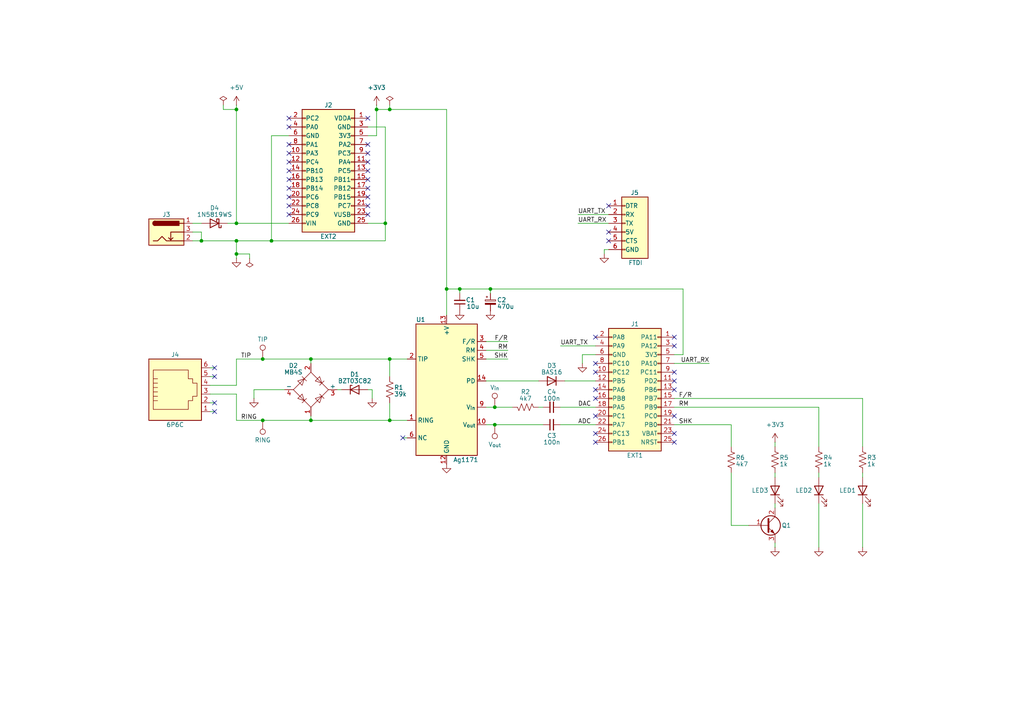
<source format=kicad_sch>
(kicad_sch (version 20231120) (generator "eeschema") (generator_version "8.0")
  (paper "A4")
  (lib_symbols
    (symbol "Conn_02x13_Odd_Even_1" (pin_names (offset 1.016))
      (property "Reference" "J2" (at 0 19.05 0))
      (symbol "Conn_02x13_Odd_Even_1_1_1"
        (rectangle (start -7.62 -15.113) (end -6.604 -15.367) (stroke (width 0.1524)))
        (rectangle (start -7.62 -12.573) (end -6.604 -12.827) (stroke (width 0.1524)))
        (rectangle (start -7.62 -10.033) (end -6.604 -10.287) (stroke (width 0.1524)))
        (rectangle (start -7.62 -7.493) (end -6.604 -7.747) (stroke (width 0.1524)))
        (rectangle (start -7.62 -4.953) (end -6.604 -5.207) (stroke (width 0.1524)))
        (rectangle (start -7.62 -2.413) (end -6.604 -2.667) (stroke (width 0.1524)))
        (rectangle (start -7.62 0.127) (end -6.604 -0.127) (stroke (width 0.1524)))
        (rectangle (start -7.62 2.667) (end -6.604 2.413) (stroke (width 0.1524)))
        (rectangle (start -7.62 5.207) (end -6.604 4.953) (stroke (width 0.1524)))
        (rectangle (start -7.62 7.747) (end -6.604 7.493) (stroke (width 0.1524)))
        (rectangle (start -7.62 10.287) (end -6.604 10.033) (stroke (width 0.1524)))
        (rectangle (start -7.62 12.827) (end -6.604 12.573) (stroke (width 0.1524)))
        (rectangle (start -7.62 15.367) (end -6.604 15.113) (stroke (width 0.1524)))
        (rectangle (start -7.62 17.78) (end 7.62 -17.78) (stroke (width 0.254)) (fill (type background)))
        (rectangle (start 6.604 -15.113) (end 7.62 -15.367) (stroke (width 0.1524)))
        (rectangle (start 6.604 -12.573) (end 7.62 -12.827) (stroke (width 0.1524)))
        (rectangle (start 6.604 -10.033) (end 7.62 -10.287) (stroke (width 0.1524)))
        (rectangle (start 6.604 -7.493) (end 7.62 -7.747) (stroke (width 0.1524)))
        (rectangle (start 6.604 -4.953) (end 7.62 -5.207) (stroke (width 0.1524)))
        (rectangle (start 6.604 -2.413) (end 7.62 -2.667) (stroke (width 0.1524)))
        (rectangle (start 6.604 0.127) (end 7.62 -0.127) (stroke (width 0.1524)))
        (rectangle (start 6.604 2.667) (end 7.62 2.413) (stroke (width 0.1524)))
        (rectangle (start 6.604 5.207) (end 7.62 4.953) (stroke (width 0.1524)))
        (rectangle (start 6.604 7.747) (end 7.62 7.493) (stroke (width 0.1524)))
        (rectangle (start 6.604 10.287) (end 7.62 10.033) (stroke (width 0.1524)))
        (rectangle (start 6.604 12.827) (end 7.62 12.573) (stroke (width 0.1524)))
        (rectangle (start 6.604 15.367) (end 7.62 15.113) (stroke (width 0.1524)))
        (pin passive line (at -11.43 15.24 0) (length 3.81) (name "VDDA") (number "1"))
        (pin passive line (at 11.43 5.08 180) (length 3.81) (name "PA3") (number "10"))
        (pin passive line (at -11.43 2.54 0) (length 3.81) (name "PA4") (number "11"))
        (pin passive line (at 11.43 2.54 180) (length 3.81) (name "PC4") (number "12"))
        (pin passive line (at -11.43 0 0) (length 3.81) (name "PC5") (number "13"))
        (pin passive line (at 11.43 0 180) (length 3.81) (name "PB10") (number "14"))
        (pin passive line (at -11.43 -2.54 0) (length 3.81) (name "PB11") (number "15"))
        (pin passive line (at 11.43 -2.54 180) (length 3.81) (name "PB13") (number "16"))
        (pin passive line (at -11.43 -5.08 0) (length 3.81) (name "PB12") (number "17"))
        (pin passive line (at 11.43 -5.08 180) (length 3.81) (name "PB14") (number "18"))
        (pin passive line (at -11.43 -7.62 0) (length 3.81) (name "PB15") (number "19"))
        (pin passive line (at 11.43 15.24 180) (length 3.81) (name "PC2") (number "2"))
        (pin passive line (at 11.43 -7.62 180) (length 3.81) (name "PC6") (number "20"))
        (pin passive line (at -11.43 -10.16 0) (length 3.81) (name "PC7") (number "21"))
        (pin passive line (at 11.43 -10.16 180) (length 3.81) (name "PC8") (number "22"))
        (pin passive line (at -11.43 -12.7 0) (length 3.81) (name "VUSB") (number "23"))
        (pin passive line (at 11.43 -12.7 180) (length 3.81) (name "PC9") (number "24"))
        (pin passive line (at -11.43 -15.24 0) (length 3.81) (name "GND") (number "25"))
        (pin passive line (at 11.43 -15.24 180) (length 3.81) (name "VIN") (number "26"))
        (pin passive line (at -11.43 12.7 0) (length 3.81) (name "GND") (number "3"))
        (pin passive line (at 11.43 12.7 180) (length 3.81) (name "PA0") (number "4"))
        (pin passive line (at -11.43 10.16 0) (length 3.81) (name "3V3") (number "5"))
        (pin passive line (at 11.43 10.16 180) (length 3.81) (name "GND") (number "6"))
        (pin passive line (at -11.43 7.62 0) (length 3.81) (name "PA2") (number "7"))
        (pin passive line (at 11.43 7.62 180) (length 3.81) (name "PA1") (number "8"))
        (pin passive line (at -11.43 5.08 0) (length 3.81) (name "PC3") (number "9"))
      )
    )
    (symbol "Connector:6P6C" (pin_names (offset 1.016))
      (property "Reference" "J" (at -5.08 11.43 0))
      (property "Value" "6P6C" (at 2.54 11.43 0))
      (symbol "6P6C_0_1"
        (polyline (pts (xy -6.35 -1.905) (xy -5.08 -1.905) (xy -5.08 -1.905)))
        (polyline (pts (xy -6.35 -0.635) (xy -5.08 -0.635) (xy -5.08 -0.635)))
        (polyline (pts (xy -6.35 0.635) (xy -5.08 0.635) (xy -5.08 0.635)))
        (polyline (pts (xy -6.35 1.905) (xy -5.08 1.905) (xy -5.08 1.905)))
        (polyline (pts (xy -6.35 3.175) (xy -5.08 3.175) (xy -5.08 3.175)))
        (polyline (pts (xy -5.08 4.445) (xy -6.35 4.445) (xy -6.35 4.445)))
        (polyline (pts (xy -6.35 -4.445) (xy -6.35 6.985) (xy 3.81 6.985) (xy 3.81 4.445) (xy 5.08 4.445) (xy 5.08 3.175) (xy 6.35 3.175) (xy 6.35 -0.635) (xy 5.08 -0.635) (xy 5.08 -1.905) (xy 3.81 -1.905) (xy 3.81 -4.445) (xy -6.35 -4.445) (xy -6.35 -4.445)))
        (rectangle (start 7.62 10.16) (end -7.62 -7.62) (stroke (width 0.254)) (fill (type background)))
      )
      (symbol "6P6C_1_1"
        (pin passive line (at 10.16 -5.08 180) (length 2.54) (name "~") (number "1"))
        (pin passive line (at 10.16 -2.54 180) (length 2.54) (name "~") (number "2"))
        (pin passive line (at 10.16 0 180) (length 2.54) (name "~") (number "3"))
        (pin passive line (at 10.16 2.54 180) (length 2.54) (name "~") (number "4"))
        (pin passive line (at 10.16 5.08 180) (length 2.54) (name "~") (number "5"))
        (pin passive line (at 10.16 7.62 180) (length 2.54) (name "~") (number "6"))
      )
    )
    (symbol "Connector:Barrel_Jack_Switch" (pin_names hide)
      (property "Reference" "J" (at 0 5.334 0))
      (property "Value" "Barrel_Jack_Switch" (at 0 -5.08 0))
      (symbol "Barrel_Jack_Switch_0_1"
        (rectangle (start -5.08 3.81) (end 5.08 -3.81) (stroke (width 0.254)) (fill (type background)))
        (arc (start -3.302 3.175) (mid -3.9343 2.54) (end -3.302 1.905) (stroke (width 0.254)))
        (arc (start -3.302 3.175) (mid -3.9343 2.54) (end -3.302 1.905) (stroke (width 0.254)) (fill (type outline)))
        (polyline (pts (xy 1.27 -2.286) (xy 1.905 -1.651)) (stroke (width 0.254)))
        (polyline (pts (xy 5.08 2.54) (xy 3.81 2.54)) (stroke (width 0.254)))
        (polyline (pts (xy 5.08 0) (xy 1.27 0) (xy 1.27 -2.286) (xy 0.635 -1.651)) (stroke (width 0.254)))
        (polyline (pts (xy -3.81 -2.54) (xy -2.54 -2.54) (xy -1.27 -1.27) (xy 0 -2.54) (xy 2.54 -2.54) (xy 5.08 -2.54)) (stroke (width 0.254)))
        (rectangle (start 3.683 3.175) (end -3.302 1.905) (stroke (width 0.254)) (fill (type outline)))
      )
      (symbol "Barrel_Jack_Switch_1_1"
        (pin passive line (at 7.62 2.54 180) (length 2.54) (name "~") (number "1"))
        (pin passive line (at 7.62 -2.54 180) (length 2.54) (name "~") (number "2"))
        (pin passive line (at 7.62 0 180) (length 2.54) (name "~") (number "3"))
      )
    )
    (symbol "Connector:TestPoint" (pin_numbers hide) (pin_names (offset 0.762) hide)
      (property "Reference" "TP" (at 0 6.858 0))
      (property "Value" "TestPoint" (at 0 5.08 0))
      (symbol "TestPoint_0_1"
        (circle (center 0 3.302) (radius 0.762))
      )
      (symbol "TestPoint_1_1"
        (pin passive line (at 0 0 90) (length 2.54) (name "1") (number "1"))
      )
    )
    (symbol "Connector_Generic:Conn_01x06" (pin_names (offset 1.016))
      (property "Reference" "J6" (at -1.27 8.89 0))
      (property "Value" "FTDI" (at -1.905 -11.43 0))
      (symbol "Conn_01x06_1_1"
        (rectangle (start -3.81 -7.493) (end -2.794 -7.747) (stroke (width 0.1524)))
        (rectangle (start -3.81 -4.953) (end -2.794 -5.207) (stroke (width 0.1524)))
        (rectangle (start -3.81 -2.413) (end -2.794 -2.667) (stroke (width 0.1524)))
        (rectangle (start -3.81 0.127) (end -2.794 -0.127) (stroke (width 0.1524)))
        (rectangle (start -3.81 2.667) (end -2.794 2.413) (stroke (width 0.1524)))
        (rectangle (start -3.81 5.207) (end -2.794 4.953) (stroke (width 0.1524)))
        (rectangle (start -3.81 7.62) (end 3.81 -10.16) (stroke (width 0.254)) (fill (type background)))
        (pin passive line (at -7.62 5.08 0) (length 3.81) (name "DTR") (number "1"))
        (pin passive line (at -7.62 2.54 0) (length 3.81) (name "RX") (number "2"))
        (pin passive line (at -7.62 0 0) (length 3.81) (name "TX") (number "3"))
        (pin passive line (at -7.62 -2.54 0) (length 3.81) (name "5V") (number "4"))
        (pin passive line (at -7.62 -5.08 0) (length 3.81) (name "CTS") (number "5"))
        (pin passive line (at -7.62 -7.62 0) (length 3.81) (name "GND") (number "6"))
      )
    )
    (symbol "Connector_Generic:Conn_02x13_Odd_Even" (pin_names (offset 1.016))
      (property "Reference" "J1" (at 0 19.05 0))
      (symbol "Conn_02x13_Odd_Even_1_1"
        (rectangle (start -7.62 -15.113) (end -6.604 -15.367) (stroke (width 0.1524)))
        (rectangle (start -7.62 -12.573) (end -6.604 -12.827) (stroke (width 0.1524)))
        (rectangle (start -7.62 -10.033) (end -6.604 -10.287) (stroke (width 0.1524)))
        (rectangle (start -7.62 -7.493) (end -6.604 -7.747) (stroke (width 0.1524)))
        (rectangle (start -7.62 -4.953) (end -6.604 -5.207) (stroke (width 0.1524)))
        (rectangle (start -7.62 -2.413) (end -6.604 -2.667) (stroke (width 0.1524)))
        (rectangle (start -7.62 0.127) (end -6.604 -0.127) (stroke (width 0.1524)))
        (rectangle (start -7.62 2.667) (end -6.604 2.413) (stroke (width 0.1524)))
        (rectangle (start -7.62 5.207) (end -6.604 4.953) (stroke (width 0.1524)))
        (rectangle (start -7.62 7.747) (end -6.604 7.493) (stroke (width 0.1524)))
        (rectangle (start -7.62 10.287) (end -6.604 10.033) (stroke (width 0.1524)))
        (rectangle (start -7.62 12.827) (end -6.604 12.573) (stroke (width 0.1524)))
        (rectangle (start -7.62 15.367) (end -6.604 15.113) (stroke (width 0.1524)))
        (rectangle (start -7.62 17.78) (end 7.62 -17.78) (stroke (width 0.254)) (fill (type background)))
        (rectangle (start 6.604 -15.113) (end 7.62 -15.367) (stroke (width 0.1524)))
        (rectangle (start 6.604 -12.573) (end 7.62 -12.827) (stroke (width 0.1524)))
        (rectangle (start 6.604 -10.033) (end 7.62 -10.287) (stroke (width 0.1524)))
        (rectangle (start 6.604 -7.493) (end 7.62 -7.747) (stroke (width 0.1524)))
        (rectangle (start 6.604 -4.953) (end 7.62 -5.207) (stroke (width 0.1524)))
        (rectangle (start 6.604 -2.413) (end 7.62 -2.667) (stroke (width 0.1524)))
        (rectangle (start 6.604 0.127) (end 7.62 -0.127) (stroke (width 0.1524)))
        (rectangle (start 6.604 2.667) (end 7.62 2.413) (stroke (width 0.1524)))
        (rectangle (start 6.604 5.207) (end 7.62 4.953) (stroke (width 0.1524)))
        (rectangle (start 6.604 7.747) (end 7.62 7.493) (stroke (width 0.1524)))
        (rectangle (start 6.604 10.287) (end 7.62 10.033) (stroke (width 0.1524)))
        (rectangle (start 6.604 12.827) (end 7.62 12.573) (stroke (width 0.1524)))
        (rectangle (start 6.604 15.367) (end 7.62 15.113) (stroke (width 0.1524)))
        (pin passive line (at -11.43 15.24 0) (length 3.81) (name "PA11") (number "1"))
        (pin passive line (at 11.43 5.08 180) (length 3.81) (name "PC12") (number "10"))
        (pin passive line (at -11.43 2.54 0) (length 3.81) (name "PD2") (number "11"))
        (pin passive line (at 11.43 2.54 180) (length 3.81) (name "PB5") (number "12"))
        (pin passive line (at -11.43 0 0) (length 3.81) (name "PB6") (number "13"))
        (pin passive line (at 11.43 0 180) (length 3.81) (name "PA6") (number "14"))
        (pin passive line (at -11.43 -2.54 0) (length 3.81) (name "PB7") (number "15"))
        (pin passive line (at 11.43 -2.54 180) (length 3.81) (name "PB8") (number "16"))
        (pin passive line (at -11.43 -5.08 0) (length 3.81) (name "PB9") (number "17"))
        (pin passive line (at 11.43 -5.08 180) (length 3.81) (name "PA5") (number "18"))
        (pin passive line (at -11.43 -7.62 0) (length 3.81) (name "PC0") (number "19"))
        (pin passive line (at 11.43 15.24 180) (length 3.81) (name "PA8") (number "2"))
        (pin passive line (at 11.43 -7.62 180) (length 3.81) (name "PC1") (number "20"))
        (pin passive line (at -11.43 -10.16 0) (length 3.81) (name "PB0") (number "21"))
        (pin passive line (at 11.43 -10.16 180) (length 3.81) (name "PA7") (number "22"))
        (pin passive line (at -11.43 -12.7 0) (length 3.81) (name "VBAT") (number "23"))
        (pin passive line (at 11.43 -12.7 180) (length 3.81) (name "PC13") (number "24"))
        (pin passive line (at -11.43 -15.24 0) (length 3.81) (name "NRST") (number "25"))
        (pin passive line (at 11.43 -15.24 180) (length 3.81) (name "PB1") (number "26"))
        (pin passive line (at -11.43 12.7 0) (length 3.81) (name "PA12") (number "3"))
        (pin passive line (at 11.43 12.7 180) (length 3.81) (name "PA9") (number "4"))
        (pin passive line (at -11.43 10.16 0) (length 3.81) (name "3V3") (number "5"))
        (pin passive line (at 11.43 10.16 180) (length 3.81) (name "GND") (number "6"))
        (pin passive line (at -11.43 7.62 0) (length 3.81) (name "PA10") (number "7"))
        (pin passive line (at 11.43 7.62 180) (length 3.81) (name "PC10") (number "8"))
        (pin passive line (at -11.43 5.08 0) (length 3.81) (name "PC11") (number "9"))
      )
    )
    (symbol "Device:C_Polarized_Small" (pin_numbers hide) (pin_names (offset 0.254) hide)
      (property "Reference" "C" (at 0.254 1.778 0))
      (property "Value" "C_Polarized_Small" (at 0.254 -2.032 0))
      (symbol "C_Polarized_Small_0_1"
        (rectangle (start -1.524 -0.3048) (end 1.524 -0.6858) (fill (type outline)))
        (rectangle (start -1.524 0.6858) (end 1.524 0.3048))
        (polyline (pts (xy -1.27 1.524) (xy -0.762 1.524)))
        (polyline (pts (xy -1.016 1.27) (xy -1.016 1.778)))
      )
      (symbol "C_Polarized_Small_1_1"
        (pin passive line (at 0 2.54 270) (length 1.8542) (name "~") (number "1"))
        (pin passive line (at 0 -2.54 90) (length 1.8542) (name "~") (number "2"))
      )
    )
    (symbol "Device:C_Small" (pin_numbers hide) (pin_names (offset 0.254) hide)
      (property "Reference" "C" (at 0.254 1.778 0))
      (property "Value" "C_Small" (at 0.254 -2.032 0))
      (symbol "C_Small_0_1"
        (polyline (pts (xy -1.524 -0.508) (xy 1.524 -0.508)) (stroke (width 0.3302)))
        (polyline (pts (xy -1.524 0.508) (xy 1.524 0.508)) (stroke (width 0.3048)))
      )
      (symbol "C_Small_1_1"
        (pin passive line (at 0 2.54 270) (length 2.032) (name "~") (number "1"))
        (pin passive line (at 0 -2.54 90) (length 2.032) (name "~") (number "2"))
      )
    )
    (symbol "Device:D" (pin_numbers hide) (pin_names (offset 1.016) hide)
      (property "Reference" "D" (at 0 2.54 0))
      (property "Value" "D" (at 0 -2.54 0))
      (symbol "D_0_1"
        (polyline (pts (xy -1.27 1.27) (xy -1.27 -1.27)) (stroke (width 0.254)))
        (polyline (pts (xy 1.27 0) (xy -1.27 0)))
        (polyline (pts (xy 1.27 1.27) (xy 1.27 -1.27) (xy -1.27 0) (xy 1.27 1.27)) (stroke (width 0.254)))
      )
      (symbol "D_1_1"
        (pin passive line (at -3.81 0 0) (length 2.54) (name "K") (number "1"))
        (pin passive line (at 3.81 0 180) (length 2.54) (name "A") (number "2"))
      )
    )
    (symbol "Device:D_Zener" (pin_numbers hide) (pin_names (offset 1.016) hide)
      (property "Reference" "D" (at 0 2.54 0))
      (property "Value" "D_Zener" (at 0 -2.54 0))
      (symbol "D_Zener_0_1"
        (polyline (pts (xy 1.27 0) (xy -1.27 0)))
        (polyline (pts (xy -1.27 -1.27) (xy -1.27 1.27) (xy -0.762 1.27)) (stroke (width 0.254)))
        (polyline (pts (xy 1.27 -1.27) (xy 1.27 1.27) (xy -1.27 0) (xy 1.27 -1.27)) (stroke (width 0.254)))
      )
      (symbol "D_Zener_1_1"
        (pin passive line (at -3.81 0 0) (length 2.54) (name "K") (number "1"))
        (pin passive line (at 3.81 0 180) (length 2.54) (name "A") (number "2"))
      )
    )
    (symbol "Device:LED" (pin_numbers hide) (pin_names (offset 1.016) hide)
      (property "Reference" "D" (at 0 2.54 0))
      (property "Value" "LED" (at 0 -2.54 0))
      (symbol "LED_0_1"
        (polyline (pts (xy -1.27 -1.27) (xy -1.27 1.27)) (stroke (width 0.254)))
        (polyline (pts (xy -1.27 0) (xy 1.27 0)))
        (polyline (pts (xy 1.27 -1.27) (xy 1.27 1.27) (xy -1.27 0) (xy 1.27 -1.27)) (stroke (width 0.254)))
        (polyline (pts (xy -3.048 -0.762) (xy -4.572 -2.286) (xy -3.81 -2.286) (xy -4.572 -2.286) (xy -4.572 -1.524)))
        (polyline (pts (xy -1.778 -0.762) (xy -3.302 -2.286) (xy -2.54 -2.286) (xy -3.302 -2.286) (xy -3.302 -1.524)))
      )
      (symbol "LED_1_1"
        (pin passive line (at -3.81 0 0) (length 2.54) (name "K") (number "1"))
        (pin passive line (at 3.81 0 180) (length 2.54) (name "A") (number "2"))
      )
    )
    (symbol "Device:Q_NPN_BCE" (pin_names (offset 0) hide)
      (property "Reference" "Q" (at 5.08 1.27 0))
      (property "Value" "Q_NPN_BCE" (at 5.08 -1.27 0))
      (symbol "Q_NPN_BCE_0_1"
        (polyline (pts (xy 0.635 0.635) (xy 2.54 2.54)))
        (polyline (pts (xy 0.635 -0.635) (xy 2.54 -2.54) (xy 2.54 -2.54)))
        (polyline (pts (xy 0.635 1.905) (xy 0.635 -1.905) (xy 0.635 -1.905)) (stroke (width 0.508)))
        (polyline (pts (xy 1.27 -1.778) (xy 1.778 -1.27) (xy 2.286 -2.286) (xy 1.27 -1.778) (xy 1.27 -1.778)) (fill (type outline)))
        (circle (center 1.27 0) (radius 2.8194) (stroke (width 0.254)))
      )
      (symbol "Q_NPN_BCE_1_1"
        (pin input line (at -5.08 0 0) (length 5.715) (name "B") (number "1"))
        (pin passive line (at 2.54 5.08 270) (length 2.54) (name "C") (number "2"))
        (pin passive line (at 2.54 -5.08 90) (length 2.54) (name "E") (number "3"))
      )
    )
    (symbol "Device:R_US" (pin_numbers hide) (pin_names (offset 0))
      (property "Reference" "R" (at 2.54 0 90))
      (property "Value" "R_US" (at -2.54 0 90))
      (symbol "R_US_0_1"
        (polyline (pts (xy 0 -2.286) (xy 0 -2.54)))
        (polyline (pts (xy 0 2.286) (xy 0 2.54)))
        (polyline (pts (xy 0 -0.762) (xy 1.016 -1.143) (xy 0 -1.524) (xy -1.016 -1.905) (xy 0 -2.286)))
        (polyline (pts (xy 0 0.762) (xy 1.016 0.381) (xy 0 0) (xy -1.016 -0.381) (xy 0 -0.762)))
        (polyline (pts (xy 0 2.286) (xy 1.016 1.905) (xy 0 1.524) (xy -1.016 1.143) (xy 0 0.762)))
      )
      (symbol "R_US_1_1"
        (pin passive line (at 0 3.81 270) (length 1.27) (name "~") (number "1"))
        (pin passive line (at 0 -3.81 90) (length 1.27) (name "~") (number "2"))
      )
    )
    (symbol "Diode:1N5819WS" (pin_numbers hide) (pin_names (offset 1.016) hide)
      (property "Reference" "D" (at 0 2.54 0))
      (property "Value" "1N5819WS" (at 0 -2.54 0))
      (symbol "1N5819WS_0_1"
        (polyline (pts (xy 1.27 0) (xy -1.27 0)))
        (polyline (pts (xy 1.27 1.27) (xy 1.27 -1.27) (xy -1.27 0) (xy 1.27 1.27)) (stroke (width 0.254)))
        (polyline (pts (xy -1.905 0.635) (xy -1.905 1.27) (xy -1.27 1.27) (xy -1.27 -1.27) (xy -0.635 -1.27) (xy -0.635 -0.635)) (stroke (width 0.254)))
      )
      (symbol "1N5819WS_1_1"
        (pin passive line (at -3.81 0 0) (length 2.54) (name "K") (number "1"))
        (pin passive line (at 3.81 0 180) (length 2.54) (name "A") (number "2"))
      )
    )
    (symbol "Diode_Bridge:MB4S" (pin_names (offset 0))
      (property "Reference" "D" (at 2.54 6.985 0))
      (property "Value" "MB4S" (at 2.54 5.08 0))
      (symbol "MB4S_0_1"
        (polyline (pts (xy -2.54 3.81) (xy -1.27 2.54)))
        (polyline (pts (xy -1.27 -2.54) (xy -2.54 -3.81)))
        (polyline (pts (xy 2.54 -1.27) (xy 3.81 -2.54)))
        (polyline (pts (xy 2.54 1.27) (xy 3.81 2.54)))
        (polyline (pts (xy -3.81 2.54) (xy -2.54 1.27) (xy -1.905 3.175) (xy -3.81 2.54)))
        (polyline (pts (xy -2.54 -1.27) (xy -3.81 -2.54) (xy -1.905 -3.175) (xy -2.54 -1.27)))
        (polyline (pts (xy 1.27 2.54) (xy 2.54 3.81) (xy 3.175 1.905) (xy 1.27 2.54)))
        (polyline (pts (xy 3.175 -1.905) (xy 1.27 -2.54) (xy 2.54 -3.81) (xy 3.175 -1.905)))
        (polyline (pts (xy -5.08 0) (xy 0 -5.08) (xy 5.08 0) (xy 0 5.08) (xy -5.08 0)))
      )
      (symbol "MB4S_1_1"
        (pin passive line (at 0 -7.62 90) (length 2.54) (name "~") (number "1"))
        (pin passive line (at 0 7.62 270) (length 2.54) (name "~") (number "2"))
        (pin passive line (at 7.62 0 180) (length 2.54) (name "+") (number "3"))
        (pin passive line (at -7.62 0 0) (length 2.54) (name "-") (number "4"))
      )
    )
    (symbol "Local:Ag1171"
      (property "Reference" "U" (at -8.255 20.32 0))
      (property "Value" "Ag1171" (at 5.715 -20.32 0))
      (symbol "Ag1171_1_1"
        (rectangle (start -8.89 19.05) (end 8.89 -19.05) (stroke (width 0.254)) (fill (type background)))
        (pin input line (at -11.43 -8.89 0) (length 2.54) (name "RING") (number "1"))
        (pin input line (at 11.43 -10.16 180) (length 2.54) (name "V_{out}") (number "10"))
        (pin input line (at -11.43 -13.97 0) (length 2.54) hide (name "NC") (number "11"))
        (pin power_in line (at 0 -21.59 90) (length 2.54) (name "GND") (number "12"))
        (pin power_in line (at 0 21.59 270) (length 2.54) (name "+V") (number "13"))
        (pin input line (at 11.43 2.54 180) (length 2.54) (name "PD") (number "14"))
        (pin input line (at -11.43 8.89 0) (length 2.54) (name "TIP") (number "2"))
        (pin input line (at 11.43 13.97 180) (length 2.54) (name "F/R") (number "3"))
        (pin input line (at 11.43 11.43 180) (length 2.54) (name "RM") (number "4"))
        (pin input line (at 11.43 8.89 180) (length 2.54) (name "SHK") (number "5"))
        (pin input line (at -11.43 -13.97 0) (length 2.54) (name "NC") (number "6"))
        (pin input line (at -11.43 -13.97 0) (length 2.54) hide (name "NC") (number "7"))
        (pin input line (at -11.43 -13.97 0) (length 2.54) hide (name "NC") (number "8"))
        (pin input line (at 11.43 -5.08 180) (length 2.54) (name "V_{in}") (number "9"))
      )
    )
    (symbol "power:+3V3" (power) (pin_numbers hide) (pin_names (offset 0) hide)
      (property "Value" "+3V3" (at 0 3.556 0))
      (symbol "+3V3_0_1"
        (polyline (pts (xy -0.762 1.27) (xy 0 2.54)))
        (polyline (pts (xy 0 0) (xy 0 2.54)))
        (polyline (pts (xy 0 2.54) (xy 0.762 1.27)))
      )
      (symbol "+3V3_1_1"
        (pin power_in line (at 0 0 90) (length 0) (name "~") (number "1"))
      )
    )
    (symbol "power:+5V" (power) (pin_numbers hide) (pin_names (offset 0) hide)
      (property "Value" "+5V" (at 0 3.556 0))
      (symbol "+5V_0_1"
        (polyline (pts (xy -0.762 1.27) (xy 0 2.54)))
        (polyline (pts (xy 0 0) (xy 0 2.54)))
        (polyline (pts (xy 0 2.54) (xy 0.762 1.27)))
      )
      (symbol "+5V_1_1"
        (pin power_in line (at 0 0 90) (length 0) (name "~") (number "1"))
      )
    )
    (symbol "power:GND" (power) (pin_numbers hide) (pin_names (offset 0) hide)
      (property "Value" "GND" (at 0 -3.81 0))
      (symbol "GND_0_1"
        (polyline (pts (xy 0 0) (xy 0 -1.27) (xy 1.27 -1.27) (xy 0 -2.54) (xy -1.27 -1.27) (xy 0 -1.27)))
      )
      (symbol "GND_1_1"
        (pin power_in line (at 0 0 270) (length 0) (name "~") (number "1"))
      )
    )
    (symbol "power:PWR_FLAG" (power) (pin_numbers hide) (pin_names (offset 0) hide)
      (property "Value" "PWR_FLAG" (at 0 3.81 0))
      (symbol "PWR_FLAG_0_0"
        (pin power_out line (at 0 0 90) (length 0) (name "~") (number "1"))
      )
      (symbol "PWR_FLAG_0_1"
        (polyline (pts (xy 0 0) (xy 0 1.27) (xy -1.016 1.905) (xy 0 2.54) (xy 1.016 1.905) (xy 0 1.27)))
      )
    )
  )
  (junction (at 68.58 64.77))
  (junction (at 76.2 121.92))
  (junction (at 90.17 121.92))
  (junction (at 113.03 121.92))
  (junction (at 68.58 31.75))
  (junction (at 58.42 69.85))
  (junction (at 90.17 104.14))
  (junction (at 68.58 73.66))
  (junction (at 133.35 83.82))
  (junction (at 143.51 118.11))
  (junction (at 76.2 104.14))
  (junction (at 111.76 64.77))
  (junction (at 129.54 83.82))
  (junction (at 143.51 123.19))
  (junction (at 113.03 31.75))
  (junction (at 142.24 83.82))
  (junction (at 109.22 31.75))
  (junction (at 68.58 69.85))
  (junction (at 78.74 69.85))
  (junction (at 113.03 104.14))
  (no_connect (at 195.58 97.79))
  (no_connect (at 83.82 41.91))
  (no_connect (at 172.72 97.79))
  (no_connect (at 106.68 62.23))
  (no_connect (at 62.23 106.68))
  (no_connect (at 106.68 57.15))
  (no_connect (at 176.53 59.69))
  (no_connect (at 106.68 52.07))
  (no_connect (at 195.58 113.03))
  (no_connect (at 195.58 125.73))
  (no_connect (at 116.84 127))
  (no_connect (at 83.82 52.07))
  (no_connect (at 172.72 128.27))
  (no_connect (at 172.72 113.03))
  (no_connect (at 106.68 34.29))
  (no_connect (at 62.23 119.38))
  (no_connect (at 106.68 49.53))
  (no_connect (at 172.72 120.65))
  (no_connect (at 106.68 41.91))
  (no_connect (at 62.23 116.84))
  (no_connect (at 83.82 46.99))
  (no_connect (at 106.68 44.45))
  (no_connect (at 83.82 62.23))
  (no_connect (at 172.72 125.73))
  (no_connect (at 195.58 110.49))
  (no_connect (at 83.82 34.29))
  (no_connect (at 176.53 67.31))
  (no_connect (at 83.82 57.15))
  (no_connect (at 106.68 46.99))
  (no_connect (at 83.82 36.83))
  (no_connect (at 83.82 59.69))
  (no_connect (at 83.82 49.53))
  (no_connect (at 195.58 120.65))
  (no_connect (at 106.68 59.69))
  (no_connect (at 195.58 107.95))
  (no_connect (at 106.68 54.61))
  (no_connect (at 172.72 115.57))
  (no_connect (at 176.53 69.85))
  (no_connect (at 195.58 100.33))
  (no_connect (at 172.72 105.41))
  (no_connect (at 83.82 54.61))
  (no_connect (at 172.72 107.95))
  (no_connect (at 195.58 128.27))
  (no_connect (at 62.23 109.22))
  (no_connect (at 83.82 44.45))
  (wire (pts (xy 167.64 62.23) (xy 176.53 62.23)))
  (wire (pts (xy 250.19 115.57) (xy 250.19 129.54)))
  (wire (pts (xy 113.03 104.14) (xy 113.03 109.22)))
  (wire (pts (xy 68.58 114.3) (xy 68.58 121.92)))
  (wire (pts (xy 68.58 64.77) (xy 83.82 64.77)))
  (wire (pts (xy 111.76 36.83) (xy 111.76 64.77)))
  (wire (pts (xy 55.88 64.77) (xy 58.42 64.77)))
  (wire (pts (xy 68.58 104.14) (xy 68.58 111.76)))
  (wire (pts (xy 133.35 83.82) (xy 133.35 85.09)))
  (wire (pts (xy 76.2 104.14) (xy 90.17 104.14)))
  (wire (pts (xy 68.58 31.75) (xy 68.58 64.77)))
  (wire (pts (xy 113.03 116.84) (xy 113.03 121.92)))
  (wire (pts (xy 58.42 67.31) (xy 58.42 69.85)))
  (wire (pts (xy 142.24 83.82) (xy 198.12 83.82)))
  (wire (pts (xy 83.82 39.37) (xy 78.74 39.37)))
  (wire (pts (xy 68.58 69.85) (xy 68.58 73.66)))
  (wire (pts (xy 64.77 31.75) (xy 68.58 31.75)))
  (wire (pts (xy 113.03 30.48) (xy 113.03 31.75)))
  (wire (pts (xy 143.51 118.11) (xy 148.59 118.11)))
  (wire (pts (xy 90.17 104.14) (xy 90.17 105.41)))
  (wire (pts (xy 212.09 137.16) (xy 212.09 152.4)))
  (wire (pts (xy 68.58 30.48) (xy 68.58 31.75)))
  (wire (pts (xy 198.12 83.82) (xy 198.12 102.87)))
  (wire (pts (xy 111.76 69.85) (xy 111.76 64.77)))
  (wire (pts (xy 162.56 118.11) (xy 172.72 118.11)))
  (wire (pts (xy 237.49 118.11) (xy 237.49 129.54)))
  (wire (pts (xy 129.54 83.82) (xy 129.54 91.44)))
  (wire (pts (xy 73.66 115.57) (xy 73.66 113.03)))
  (wire (pts (xy 143.51 123.19) (xy 157.48 123.19)))
  (wire (pts (xy 90.17 121.92) (xy 90.17 120.65)))
  (wire (pts (xy 109.22 30.48) (xy 109.22 31.75)))
  (wire (pts (xy 129.54 31.75) (xy 129.54 83.82)))
  (wire (pts (xy 60.96 111.76) (xy 68.58 111.76)))
  (wire (pts (xy 109.22 31.75) (xy 109.22 39.37)))
  (wire (pts (xy 140.97 118.11) (xy 143.51 118.11)))
  (wire (pts (xy 113.03 121.92) (xy 118.11 121.92)))
  (wire (pts (xy 237.49 146.05) (xy 237.49 158.75)))
  (wire (pts (xy 140.97 101.6) (xy 147.32 101.6)))
  (wire (pts (xy 60.96 116.84) (xy 62.23 116.84)))
  (wire (pts (xy 224.79 128.27) (xy 224.79 129.54)))
  (wire (pts (xy 107.95 113.03) (xy 106.68 113.03)))
  (wire (pts (xy 68.58 69.85) (xy 78.74 69.85)))
  (wire (pts (xy 224.79 147.32) (xy 224.79 146.05)))
  (wire (pts (xy 107.95 113.03) (xy 107.95 115.57)))
  (wire (pts (xy 212.09 123.19) (xy 212.09 129.54)))
  (wire (pts (xy 109.22 39.37) (xy 106.68 39.37)))
  (wire (pts (xy 140.97 123.19) (xy 143.51 123.19)))
  (wire (pts (xy 162.56 100.33) (xy 172.72 100.33)))
  (wire (pts (xy 142.24 85.09) (xy 142.24 83.82)))
  (wire (pts (xy 224.79 137.16) (xy 224.79 138.43)))
  (wire (pts (xy 175.26 72.39) (xy 176.53 72.39)))
  (wire (pts (xy 140.97 99.06) (xy 147.32 99.06)))
  (wire (pts (xy 195.58 123.19) (xy 212.09 123.19)))
  (wire (pts (xy 78.74 39.37) (xy 78.74 69.85)))
  (wire (pts (xy 156.21 118.11) (xy 157.48 118.11)))
  (wire (pts (xy 68.58 104.14) (xy 76.2 104.14)))
  (wire (pts (xy 78.74 69.85) (xy 111.76 69.85)))
  (wire (pts (xy 195.58 105.41) (xy 205.74 105.41)))
  (wire (pts (xy 250.19 146.05) (xy 250.19 158.75)))
  (wire (pts (xy 168.91 102.87) (xy 172.72 102.87)))
  (wire (pts (xy 90.17 121.92) (xy 113.03 121.92)))
  (wire (pts (xy 168.91 105.41) (xy 168.91 102.87)))
  (wire (pts (xy 129.54 83.82) (xy 133.35 83.82)))
  (wire (pts (xy 72.39 73.66) (xy 68.58 73.66)))
  (wire (pts (xy 109.22 31.75) (xy 113.03 31.75)))
  (wire (pts (xy 62.23 106.68) (xy 60.96 106.68)))
  (wire (pts (xy 195.58 115.57) (xy 250.19 115.57)))
  (wire (pts (xy 72.39 74.93) (xy 72.39 73.66)))
  (wire (pts (xy 113.03 104.14) (xy 118.11 104.14)))
  (wire (pts (xy 195.58 118.11) (xy 237.49 118.11)))
  (wire (pts (xy 73.66 113.03) (xy 82.55 113.03)))
  (wire (pts (xy 55.88 67.31) (xy 58.42 67.31)))
  (wire (pts (xy 133.35 83.82) (xy 142.24 83.82)))
  (wire (pts (xy 162.56 123.19) (xy 172.72 123.19)))
  (wire (pts (xy 116.84 127) (xy 118.11 127)))
  (wire (pts (xy 99.06 113.03) (xy 97.79 113.03)))
  (wire (pts (xy 175.26 72.39) (xy 175.26 73.66)))
  (wire (pts (xy 68.58 121.92) (xy 76.2 121.92)))
  (wire (pts (xy 62.23 109.22) (xy 60.96 109.22)))
  (wire (pts (xy 90.17 104.14) (xy 113.03 104.14)))
  (wire (pts (xy 140.97 110.49) (xy 156.21 110.49)))
  (wire (pts (xy 55.88 69.85) (xy 58.42 69.85)))
  (wire (pts (xy 64.77 30.48) (xy 64.77 31.75)))
  (wire (pts (xy 198.12 102.87) (xy 195.58 102.87)))
  (wire (pts (xy 237.49 137.16) (xy 237.49 138.43)))
  (wire (pts (xy 113.03 31.75) (xy 129.54 31.75)))
  (wire (pts (xy 212.09 152.4) (xy 217.17 152.4)))
  (wire (pts (xy 66.04 64.77) (xy 68.58 64.77)))
  (wire (pts (xy 167.64 64.77) (xy 176.53 64.77)))
  (wire (pts (xy 140.97 104.14) (xy 147.32 104.14)))
  (wire (pts (xy 60.96 119.38) (xy 62.23 119.38)))
  (wire (pts (xy 76.2 121.92) (xy 90.17 121.92)))
  (wire (pts (xy 58.42 69.85) (xy 68.58 69.85)))
  (wire (pts (xy 60.96 114.3) (xy 68.58 114.3)))
  (wire (pts (xy 111.76 36.83) (xy 106.68 36.83)))
  (wire (pts (xy 250.19 137.16) (xy 250.19 138.43)))
  (wire (pts (xy 68.58 73.66) (xy 68.58 74.93)))
  (wire (pts (xy 163.83 110.49) (xy 172.72 110.49)))
  (wire (pts (xy 224.79 158.75) (xy 224.79 157.48)))
  (wire (pts (xy 111.76 64.77) (xy 106.68 64.77)))
  (label "UART_TX" (at 162.56 100.33 0))
  (label "SHK" (at 147.32 104.14 180))
  (label "RING" (at 69.85 121.92 0))
  (label "RM" (at 147.32 101.6 180))
  (label "DAC" (at 167.64 118.11 0))
  (label "SHK" (at 196.85 123.19 0))
  (label "UART_RX" (at 205.74 105.41 180))
  (label "UART_RX" (at 167.64 64.77 0))
  (label "RM" (at 196.85 118.11 0))
  (label "F{slash}R" (at 196.85 115.57 0))
  (label "TIP" (at 69.85 104.14 0))
  (label "F{slash}R" (at 147.32 99.06 180))
  (label "UART_TX" (at 167.64 62.23 0))
  (label "ADC" (at 167.64 123.19 0))
  (symbol (lib_id "power:GND") (at 68.58 74.93 0) (mirror y) (unit 1)
    (property "Reference" "#PWR014" (effects (hide yes)))
    (property "Value" "GND" (effects (hide yes)))
    (property "Description" "Power symbol creates a global label with name \"GND\" , ground" (effects (hide yes)))
  )
  (symbol (lib_id "Device:C_Polarized_Small") (at 142.24 87.63 0) (unit 1)
    (property "Reference" "C2" (at 144.145 86.995 0) (effects (justify left)))
    (property "Value" "470u" (at 144.145 88.9 0) (effects (justify left)))
    (property "Footprint" "Capacitor_SMD:CP_Elec_8x10" (effects (hide yes)))
    (property "Description" "Polarized capacitor, small symbol" (effects (hide yes)))
    (property "LCSC" "C445481" (effects (hide yes)))
  )
  (symbol (lib_id "Connector:6P6C") (at 50.8 114.3 0) (unit 1) (in_bom no)
    (property "Reference" "J4" (at 50.8 102.87 0))
    (property "Value" "6P6C" (at 50.8 123.19 0))
    (property "Footprint" "Connector_RJ:RJ25_Wayconn_MJEA-660X1_Horizontal" (effects (hide yes)))
    (property "Description" "RJ connector, 6P6C (6 positions 6 connected), RJ12/RJ18/RJ25" (effects (hide yes)))
  )
  (symbol (lib_id "Device:C_Small") (at 133.35 87.63 180) (unit 1)
    (property "Reference" "C1" (at 137.795 86.995 0) (effects (justify left)))
    (property "Value" "10u" (at 139.065 88.9 0) (effects (justify left)))
    (property "Footprint" "Capacitor_SMD:C_0402_1005Metric" (effects (hide yes)))
    (property "Description" "Unpolarized capacitor, small symbol" (effects (hide yes)))
    (property "LCSC" "C76991" (effects (hide yes)))
  )
  (symbol (lib_id "Device:LED") (at 250.19 142.24 90) (unit 1)
    (property "Reference" "LED1" (at 248.285 142.24 90) (effects (justify left)))
    (property "Value" "F/R" (effects (hide yes)))
    (property "Footprint" "LED_SMD:LED_0805_2012Metric" (effects (hide yes)))
    (property "Description" "Light emitting diode" (effects (hide yes)))
    (property "LCSC" "C2295" (effects (hide yes)))
  )
  (symbol (lib_id "power:PWR_FLAG") (at 113.03 30.48 0) (unit 1)
    (property "Reference" "#FLG06" (effects (hide yes)))
    (property "Value" "PWR_FLAG" (effects (hide yes)))
    (property "Description" "Special symbol for telling ERC where power comes from" (effects (hide yes)))
  )
  (symbol (lib_id "Device:R_US") (at 113.03 113.03 180) (unit 1)
    (property "Reference" "R1" (at 114.3 112.395 0) (effects (justify right)))
    (property "Value" "39k" (at 114.3 114.3 0) (effects (justify right)))
    (property "Footprint" "Resistor_SMD:R_0805_2012Metric" (effects (hide yes)))
    (property "Description" "Resistor, US symbol" (effects (hide yes)))
    (property "LCSC" "C25826" (effects (hide yes)))
  )
  (symbol (lib_id "Connector:TestPoint") (at 143.51 118.11 0) (mirror y) (unit 1)
    (property "Reference" "TP4" (effects (hide yes)))
    (property "Value" "V_{in}" (at 143.51 112.395 0))
    (property "Footprint" "Connector_Pin:Pin_D1.0mm_L10.0mm_LooseFit" (effects (hide yes)))
    (property "Description" "test point" (effects (hide yes)))
  )
  (symbol (lib_id "Connector_Generic:Conn_02x13_Odd_Even") (at 184.15 113.03 0) (mirror y) (unit 1) (in_bom no)
    (property "Reference" "J1" (at 184.15 93.98 0))
    (property "Value" "EXT1" (at 184.15 132.08 0))
    (property "Footprint" "Connector_PinSocket_2.54mm:PinSocket_2x13_P2.54mm_Vertical" (effects (hide yes)))
    (property "Description" "Generic connector, double row, 02x13, odd/even pin numbering scheme (row 1 odd numbers, row 2 even numbers), script generated (kicad-library-utils/schlib/autogen/connector/)" (effects (hide yes)))
  )
  (symbol (lib_id "Device:D") (at 160.02 110.49 180) (unit 1)
    (property "Reference" "D3" (at 160.02 106.045 0))
    (property "Value" "BAS16" (at 160.02 107.95 0))
    (property "Footprint" "Diode_SMD:D_SOD-323" (effects (hide yes)))
    (property "Description" "Diode" (effects (hide yes)))
    (property "Sim.Device" "D" (effects (hide yes)))
    (property "Sim.Pins" "1=K 2=A" (effects (hide yes)))
    (property "LCSC" "C131148" (effects (hide yes)))
  )
  (symbol (lib_id "Connector:TestPoint") (at 76.2 121.92 180) (unit 1)
    (property "Reference" "TP2" (effects (hide yes)))
    (property "Value" "RING" (at 76.2 127.635 0))
    (property "Footprint" "Connector_Pin:Pin_D1.0mm_L10.0mm_LooseFit" (effects (hide yes)))
    (property "Description" "test point" (effects (hide yes)))
  )
  (symbol (lib_id "power:GND") (at 168.91 105.41 0) (mirror y) (unit 1)
    (property "Reference" "#PWR04" (effects (hide yes)))
    (property "Value" "GND" (effects (hide yes)))
    (property "Description" "Power symbol creates a global label with name \"GND\" , ground" (effects (hide yes)))
  )
  (symbol (lib_id "power:GND") (at 175.26 73.66 0) (mirror y) (unit 1)
    (property "Reference" "#PWR011" (effects (hide yes)))
    (property "Value" "GND" (effects (hide yes)))
    (property "Description" "Power symbol creates a global label with name \"GND\" , ground" (effects (hide yes)))
  )
  (symbol (lib_id "Device:R_US") (at 224.79 133.35 180) (unit 1)
    (property "Reference" "R5" (at 226.06 132.715 0) (effects (justify right)))
    (property "Value" "1k" (at 226.06 134.62 0) (effects (justify right)))
    (property "Footprint" "Resistor_SMD:R_0805_2012Metric" (effects (hide yes)))
    (property "Description" "Resistor, US symbol" (effects (hide yes)))
    (property "LCSC" "C17513" (effects (hide yes)))
  )
  (symbol (lib_id "Connector:TestPoint") (at 143.51 123.19 0) (mirror x) (unit 1)
    (property "Reference" "TP3" (effects (hide yes)))
    (property "Value" "V_{out}" (at 141.605 128.905 0) (effects (justify left)))
    (property "Footprint" "Connector_Pin:Pin_D1.0mm_L10.0mm_LooseFit" (effects (hide yes)))
    (property "Description" "test point" (effects (hide yes)))
  )
  (symbol (lib_id "Device:R_US") (at 212.09 133.35 180) (unit 1)
    (property "Reference" "R6" (at 213.36 132.715 0) (effects (justify right)))
    (property "Value" "4k7" (at 213.36 134.62 0) (effects (justify right)))
    (property "Footprint" "Resistor_SMD:R_0805_2012Metric" (effects (hide yes)))
    (property "Description" "Resistor, US symbol" (effects (hide yes)))
    (property "LCSC" "C17513" (effects (hide yes)))
  )
  (symbol (lib_id "Device:R_US") (at 152.4 118.11 270) (mirror x) (unit 1)
    (property "Reference" "R2" (at 152.4 113.665 90))
    (property "Value" "4k7" (at 152.4 115.57 90))
    (property "Footprint" "Resistor_SMD:R_0805_2012Metric" (effects (hide yes)))
    (property "Description" "Resistor, US symbol" (effects (hide yes)))
    (property "LCSC" "C17673" (effects (hide yes)))
  )
  (symbol (lib_id "Device:R_US") (at 237.49 133.35 180) (unit 1)
    (property "Reference" "R4" (at 238.76 132.715 0) (effects (justify right)))
    (property "Value" "1k" (at 238.76 134.62 0) (effects (justify right)))
    (property "Footprint" "Resistor_SMD:R_0805_2012Metric" (effects (hide yes)))
    (property "Description" "Resistor, US symbol" (effects (hide yes)))
    (property "LCSC" "C17513" (effects (hide yes)))
  )
  (symbol (lib_id "power:GND") (at 250.19 158.75 0) (unit 1)
    (property "Reference" "#PWR08" (effects (hide yes)))
    (property "Value" "GND" (effects (hide yes)))
    (property "Description" "Power symbol creates a global label with name \"GND\" , ground" (effects (hide yes)))
  )
  (symbol (lib_id "power:GND") (at 107.95 115.57 0) (mirror y) (unit 1)
    (property "Reference" "#PWR02" (effects (hide yes)))
    (property "Value" "GND" (effects (hide yes)))
    (property "Description" "Power symbol creates a global label with name \"GND\" , ground" (effects (hide yes)))
  )
  (symbol (lib_id "power:GND") (at 224.79 158.75 0) (unit 1)
    (property "Reference" "#PWR012" (effects (hide yes)))
    (property "Value" "GND" (effects (hide yes)))
    (property "Description" "Power symbol creates a global label with name \"GND\" , ground" (effects (hide yes)))
  )
  (symbol (lib_id "power:PWR_FLAG") (at 64.77 30.48 0) (mirror y) (unit 1)
    (property "Reference" "#FLG04" (effects (hide yes)))
    (property "Value" "PWR_FLAG" (effects (hide yes)))
    (property "Description" "Special symbol for telling ERC where power comes from" (effects (hide yes)))
  )
  (symbol (lib_id "Device:C_Small") (at 160.02 118.11 270) (unit 1)
    (property "Reference" "C4" (at 160.02 113.665 90))
    (property "Value" "100n" (at 160.02 115.57 90))
    (property "Footprint" "Capacitor_SMD:C_0402_1005Metric" (effects (hide yes)))
    (property "Description" "Unpolarized capacitor, small symbol" (effects (hide yes)))
    (property "LCSC" "C71629" (effects (hide yes)))
  )
  (symbol (lib_id "Diode_Bridge:MB4S") (at 90.17 113.03 0) (unit 1)
    (property "Reference" "D2" (at 85.09 106.045 0))
    (property "Value" "MB4S" (at 85.09 107.95 0))
    (property "Footprint" "Package_TO_SOT_SMD:TO-269AA" (effects (hide yes)))
    (property "Datasheet" "http://www.vishay.com/docs/88661/mb2s.pdf" (effects (hide yes)))
    (property "Description" "Miniature Glass Passivated Single-Phase Surface Mount Bridge Rectifiers, 280V Vrms, 0.5A If, TO-269AA" (effects (hide yes)))
    (property "LCSC" "C145443" (effects (hide yes)))
  )
  (symbol (lib_id "power:PWR_FLAG") (at 72.39 74.93 0) (mirror x) (unit 1)
    (property "Reference" "#FLG05" (effects (hide yes)))
    (property "Value" "PWR_FLAG" (effects (hide yes)))
    (property "Description" "Special symbol for telling ERC where power comes from" (effects (hide yes)))
  )
  (symbol (lib_id "Diode:1N5819WS") (at 62.23 64.77 180) (unit 1)
    (property "Reference" "D4" (at 62.23 60.325 0))
    (property "Value" "1N5819WS" (at 62.23 62.23 0))
    (property "Footprint" "Diode_SMD:D_SOD-323" (effects (hide yes)))
    (property "Datasheet" "https://datasheet.lcsc.com/lcsc/2204281430_Guangdong-Hottech-1N5819WS_C191023.pdf" (effects (hide yes)))
    (property "Description" "40V 600mV@1A 1A SOD-323 Schottky Barrier Diodes, SOD-323" (effects (hide yes)))
    (property "LCSC" "C191023" (effects (hide yes)))
  )
  (symbol (lib_id "power:GND") (at 237.49 158.75 0) (unit 1)
    (property "Reference" "#PWR09" (effects (hide yes)))
    (property "Value" "GND" (effects (hide yes)))
    (property "Description" "Power symbol creates a global label with name \"GND\" , ground" (effects (hide yes)))
  )
  (symbol (lib_id "Connector_Generic:Conn_01x06") (at 184.15 64.77 0) (unit 1) (in_bom no)
    (property "Reference" "J5" (at 182.88 55.88 0) (effects (justify left)))
    (property "Value" "FTDI" (at 182.245 76.2 0) (effects (justify left)))
    (property "Footprint" "Connector_PinHeader_2.54mm:PinHeader_1x06_P2.54mm_Vertical" (effects (hide yes)))
    (property "Description" "Generic connector, single row, 01x06, script generated (kicad-library-utils/schlib/autogen/connector/)" (effects (hide yes)))
  )
  (symbol (lib_id "power:GND") (at 129.54 134.62 0) (mirror y) (unit 1)
    (property "Reference" "#PWR03" (effects (hide yes)))
    (property "Value" "GND" (effects (hide yes)))
    (property "Description" "Power symbol creates a global label with name \"GND\" , ground" (effects (hide yes)))
  )
  (symbol (lib_id "Device:D_Zener") (at 102.87 113.03 0) (unit 1) (in_bom no)
    (property "Reference" "D1" (at 102.87 108.585 0))
    (property "Value" "BZT03C82" (at 102.87 110.49 0))
    (property "Footprint" "Diode_THT:D_DO-35_SOD27_P12.70mm_Horizontal" (effects (hide yes)))
    (property "Description" "Zener diode" (effects (hide yes)))
  )
  (symbol (lib_id "Device:Q_NPN_BCE") (at 222.25 152.4 0) (unit 1)
    (property "Reference" "Q1" (at 226.695 152.4 0) (effects (justify left)))
    (property "Value" "Q_NPN_BCE" (effects (hide yes)))
    (property "Footprint" "Package_TO_SOT_SMD:SOT-23" (effects (hide yes)))
    (property "Description" "NPN transistor, base/collector/emitter" (effects (hide yes)))
    (property "LCSC" "C20526" (effects (hide yes)))
  )
  (symbol (lib_id "power:GND") (at 133.35 90.17 0) (mirror y) (unit 1)
    (property "Reference" "#PWR01" (effects (hide yes)))
    (property "Value" "GND" (effects (hide yes)))
    (property "Description" "Power symbol creates a global label with name \"GND\" , ground" (effects (hide yes)))
  )
  (symbol (lib_id "power:+3V3") (at 109.22 30.48 0) (unit 1)
    (property "Reference" "#PWR015" (effects (hide yes)))
    (property "Value" "+3V3" (at 109.22 25.4 0))
    (property "Description" "Power symbol creates a global label with name \"+3V3\"" (effects (hide yes)))
  )
  (symbol (lib_id "power:+5V") (at 68.58 30.48 0) (mirror y) (unit 1)
    (property "Reference" "#PWR013" (effects (hide yes)))
    (property "Value" "+5V" (at 68.58 25.4 0))
    (property "Description" "Power symbol creates a global label with name \"+5V\"" (effects (hide yes)))
  )
  (symbol (lib_id "power:+3V3") (at 224.79 128.27 0) (unit 1)
    (property "Reference" "#PWR010" (effects (hide yes)))
    (property "Value" "+3V3" (at 224.79 123.19 0))
    (property "Description" "Power symbol creates a global label with name \"+3V3\"" (effects (hide yes)))
  )
  (symbol (lib_id "Local:Ag1171") (at 129.54 113.03 0) (unit 1) (in_bom no)
    (property "Reference" "U1" (at 120.65 92.71 0) (effects (justify left)))
    (property "Value" "Ag1171" (at 131.445 133.35 0) (effects (justify left)))
    (property "Footprint" "Local:Ag1171" (effects (hide yes)))
    (property "Datasheet" "https://www.silvertel.com/images/datasheets/Ag1171-datasheet-Low-cost-ringing-SLIC-with-single-supply.pdf" (effects (hide yes)))
  )
  (symbol (lib_id "Device:C_Small") (at 160.02 123.19 90) (mirror x) (unit 1)
    (property "Reference" "C3" (at 160.02 126.365 90))
    (property "Value" "100n" (at 162.56 128.27 90) (effects (justify left)))
    (property "Footprint" "Capacitor_SMD:C_0402_1005Metric" (effects (hide yes)))
    (property "Description" "Unpolarized capacitor, small symbol" (effects (hide yes)))
    (property "LCSC" "C71629" (effects (hide yes)))
  )
  (symbol (lib_id "Connector:TestPoint") (at 76.2 104.14 0) (unit 1)
    (property "Reference" "TP1" (effects (hide yes)))
    (property "Value" "TIP" (at 76.2 98.425 0))
    (property "Footprint" "Connector_Pin:Pin_D1.0mm_L10.0mm_LooseFit" (effects (hide yes)))
    (property "Description" "test point" (effects (hide yes)))
  )
  (symbol (lib_id "power:GND") (at 73.66 115.57 0) (mirror y) (unit 1)
    (property "Reference" "#PWR05" (effects (hide yes)))
    (property "Value" "GND" (effects (hide yes)))
    (property "Description" "Power symbol creates a global label with name \"GND\" , ground" (effects (hide yes)))
  )
  (symbol (lib_name "Conn_02x13_Odd_Even_1") (lib_id "Connector_Generic:Conn_02x13_Odd_Even") (at 95.25 49.53 0) (mirror y) (unit 1) (in_bom no)
    (property "Reference" "J2" (at 95.25 30.48 0))
    (property "Value" "EXT2" (at 95.25 68.58 0))
    (property "Footprint" "Connector_PinSocket_2.54mm:PinSocket_2x13_P2.54mm_Vertical" (effects (hide yes)))
    (property "Description" "Generic connector, double row, 02x13, odd/even pin numbering scheme (row 1 odd numbers, row 2 even numbers), script generated (kicad-library-utils/schlib/autogen/connector/)" (effects (hide yes)))
  )
  (symbol (lib_id "Device:R_US") (at 250.19 133.35 180) (unit 1)
    (property "Reference" "R3" (at 251.46 132.715 0) (effects (justify right)))
    (property "Value" "1k" (at 251.46 134.62 0) (effects (justify right)))
    (property "Footprint" "Resistor_SMD:R_0805_2012Metric" (effects (hide yes)))
    (property "Description" "Resistor, US symbol" (effects (hide yes)))
    (property "LCSC" "C17513" (effects (hide yes)))
  )
  (symbol (lib_id "power:GND") (at 142.24 90.17 0) (mirror y) (unit 1)
    (property "Reference" "#PWR07" (effects (hide yes)))
    (property "Value" "GND" (effects (hide yes)))
    (property "Description" "Power symbol creates a global label with name \"GND\" , ground" (effects (hide yes)))
  )
  (symbol (lib_id "Device:LED") (at 224.79 142.24 90) (unit 1)
    (property "Reference" "LED3" (at 222.885 142.24 90) (effects (justify left)))
    (property "Value" "SHK" (effects (hide yes)))
    (property "Footprint" "LED_SMD:LED_0805_2012Metric" (effects (hide yes)))
    (property "Description" "Light emitting diode" (effects (hide yes)))
    (property "LCSC" "C2297" (effects (hide yes)))
  )
  (symbol (lib_id "Connector:Barrel_Jack_Switch") (at 48.26 67.31 0) (unit 1) (in_bom no)
    (property "Reference" "J3" (at 48.26 62.23 0))
    (property "Value" "Barrel_Jack_Switch" (effects (hide yes)))
    (property "Footprint" "Connector_BarrelJack:BarrelJack_GCT_DCJ200-10-A_Horizontal" (effects (hide yes)))
    (property "Description" "DC Barrel Jack with an internal switch" (effects (hide yes)))
  )
  (symbol (lib_id "Device:LED") (at 237.49 142.24 90) (unit 1)
    (property "Reference" "LED2" (at 235.585 142.24 90) (effects (justify left)))
    (property "Value" "RM" (effects (hide yes)))
    (property "Footprint" "LED_SMD:LED_0805_2012Metric" (effects (hide yes)))
    (property "Description" "Light emitting diode" (effects (hide yes)))
    (property "LCSC" "C2296" (effects (hide yes)))
  )
)
</source>
